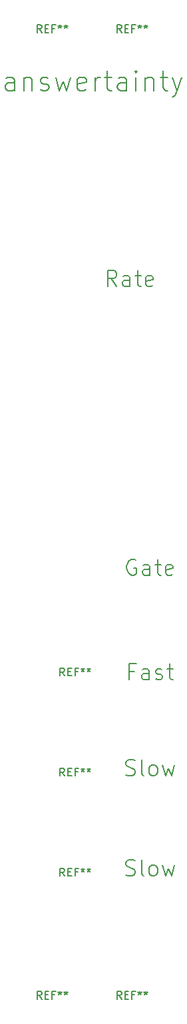
<source format=gbr>
%TF.GenerationSoftware,KiCad,Pcbnew,(5.1.6)-1*%
%TF.CreationDate,2021-04-21T22:03:43+02:00*%
%TF.ProjectId,answertainty faceplate,616e7377-6572-4746-9169-6e7479206661,rev?*%
%TF.SameCoordinates,Original*%
%TF.FileFunction,Legend,Top*%
%TF.FilePolarity,Positive*%
%FSLAX46Y46*%
G04 Gerber Fmt 4.6, Leading zero omitted, Abs format (unit mm)*
G04 Created by KiCad (PCBNEW (5.1.6)-1) date 2021-04-21 22:03:43*
%MOMM*%
%LPD*%
G01*
G04 APERTURE LIST*
%ADD10C,0.150000*%
%ADD11C,0.200000*%
G04 APERTURE END LIST*
D10*
X104300000Y-62090952D02*
X104300000Y-60781428D01*
X104180952Y-60543333D01*
X103942857Y-60424285D01*
X103466666Y-60424285D01*
X103228571Y-60543333D01*
X104300000Y-61971904D02*
X104061904Y-62090952D01*
X103466666Y-62090952D01*
X103228571Y-61971904D01*
X103109523Y-61733809D01*
X103109523Y-61495714D01*
X103228571Y-61257619D01*
X103466666Y-61138571D01*
X104061904Y-61138571D01*
X104300000Y-61019523D01*
X105490476Y-60424285D02*
X105490476Y-62090952D01*
X105490476Y-60662380D02*
X105609523Y-60543333D01*
X105847619Y-60424285D01*
X106204761Y-60424285D01*
X106442857Y-60543333D01*
X106561904Y-60781428D01*
X106561904Y-62090952D01*
X107633333Y-61971904D02*
X107871428Y-62090952D01*
X108347619Y-62090952D01*
X108585714Y-61971904D01*
X108704761Y-61733809D01*
X108704761Y-61614761D01*
X108585714Y-61376666D01*
X108347619Y-61257619D01*
X107990476Y-61257619D01*
X107752380Y-61138571D01*
X107633333Y-60900476D01*
X107633333Y-60781428D01*
X107752380Y-60543333D01*
X107990476Y-60424285D01*
X108347619Y-60424285D01*
X108585714Y-60543333D01*
X109538095Y-60424285D02*
X110014285Y-62090952D01*
X110490476Y-60900476D01*
X110966666Y-62090952D01*
X111442857Y-60424285D01*
X113347619Y-61971904D02*
X113109523Y-62090952D01*
X112633333Y-62090952D01*
X112395238Y-61971904D01*
X112276190Y-61733809D01*
X112276190Y-60781428D01*
X112395238Y-60543333D01*
X112633333Y-60424285D01*
X113109523Y-60424285D01*
X113347619Y-60543333D01*
X113466666Y-60781428D01*
X113466666Y-61019523D01*
X112276190Y-61257619D01*
X114538095Y-62090952D02*
X114538095Y-60424285D01*
X114538095Y-60900476D02*
X114657142Y-60662380D01*
X114776190Y-60543333D01*
X115014285Y-60424285D01*
X115252380Y-60424285D01*
X115728571Y-60424285D02*
X116680952Y-60424285D01*
X116085714Y-59590952D02*
X116085714Y-61733809D01*
X116204761Y-61971904D01*
X116442857Y-62090952D01*
X116680952Y-62090952D01*
X118585714Y-62090952D02*
X118585714Y-60781428D01*
X118466666Y-60543333D01*
X118228571Y-60424285D01*
X117752380Y-60424285D01*
X117514285Y-60543333D01*
X118585714Y-61971904D02*
X118347619Y-62090952D01*
X117752380Y-62090952D01*
X117514285Y-61971904D01*
X117395238Y-61733809D01*
X117395238Y-61495714D01*
X117514285Y-61257619D01*
X117752380Y-61138571D01*
X118347619Y-61138571D01*
X118585714Y-61019523D01*
X119776190Y-62090952D02*
X119776190Y-60424285D01*
X119776190Y-59590952D02*
X119657142Y-59710000D01*
X119776190Y-59829047D01*
X119895238Y-59710000D01*
X119776190Y-59590952D01*
X119776190Y-59829047D01*
X120966666Y-60424285D02*
X120966666Y-62090952D01*
X120966666Y-60662380D02*
X121085714Y-60543333D01*
X121323809Y-60424285D01*
X121680952Y-60424285D01*
X121919047Y-60543333D01*
X122038095Y-60781428D01*
X122038095Y-62090952D01*
X122871428Y-60424285D02*
X123823809Y-60424285D01*
X123228571Y-59590952D02*
X123228571Y-61733809D01*
X123347619Y-61971904D01*
X123585714Y-62090952D01*
X123823809Y-62090952D01*
X124419047Y-60424285D02*
X125014285Y-62090952D01*
X125609523Y-60424285D02*
X125014285Y-62090952D01*
X124776190Y-62686190D01*
X124657142Y-62805238D01*
X124419047Y-62924285D01*
D11*
X119730476Y-121650000D02*
X119540000Y-121554761D01*
X119254285Y-121554761D01*
X118968571Y-121650000D01*
X118778095Y-121840476D01*
X118682857Y-122030952D01*
X118587619Y-122411904D01*
X118587619Y-122697619D01*
X118682857Y-123078571D01*
X118778095Y-123269047D01*
X118968571Y-123459523D01*
X119254285Y-123554761D01*
X119444761Y-123554761D01*
X119730476Y-123459523D01*
X119825714Y-123364285D01*
X119825714Y-122697619D01*
X119444761Y-122697619D01*
X121540000Y-123554761D02*
X121540000Y-122507142D01*
X121444761Y-122316666D01*
X121254285Y-122221428D01*
X120873333Y-122221428D01*
X120682857Y-122316666D01*
X121540000Y-123459523D02*
X121349523Y-123554761D01*
X120873333Y-123554761D01*
X120682857Y-123459523D01*
X120587619Y-123269047D01*
X120587619Y-123078571D01*
X120682857Y-122888095D01*
X120873333Y-122792857D01*
X121349523Y-122792857D01*
X121540000Y-122697619D01*
X122206666Y-122221428D02*
X122968571Y-122221428D01*
X122492380Y-121554761D02*
X122492380Y-123269047D01*
X122587619Y-123459523D01*
X122778095Y-123554761D01*
X122968571Y-123554761D01*
X124397142Y-123459523D02*
X124206666Y-123554761D01*
X123825714Y-123554761D01*
X123635238Y-123459523D01*
X123540000Y-123269047D01*
X123540000Y-122507142D01*
X123635238Y-122316666D01*
X123825714Y-122221428D01*
X124206666Y-122221428D01*
X124397142Y-122316666D01*
X124492380Y-122507142D01*
X124492380Y-122697619D01*
X123540000Y-122888095D01*
X119540000Y-135747142D02*
X118873333Y-135747142D01*
X118873333Y-136794761D02*
X118873333Y-134794761D01*
X119825714Y-134794761D01*
X121444761Y-136794761D02*
X121444761Y-135747142D01*
X121349523Y-135556666D01*
X121159047Y-135461428D01*
X120778095Y-135461428D01*
X120587619Y-135556666D01*
X121444761Y-136699523D02*
X121254285Y-136794761D01*
X120778095Y-136794761D01*
X120587619Y-136699523D01*
X120492380Y-136509047D01*
X120492380Y-136318571D01*
X120587619Y-136128095D01*
X120778095Y-136032857D01*
X121254285Y-136032857D01*
X121444761Y-135937619D01*
X122301904Y-136699523D02*
X122492380Y-136794761D01*
X122873333Y-136794761D01*
X123063809Y-136699523D01*
X123159047Y-136509047D01*
X123159047Y-136413809D01*
X123063809Y-136223333D01*
X122873333Y-136128095D01*
X122587619Y-136128095D01*
X122397142Y-136032857D01*
X122301904Y-135842380D01*
X122301904Y-135747142D01*
X122397142Y-135556666D01*
X122587619Y-135461428D01*
X122873333Y-135461428D01*
X123063809Y-135556666D01*
X123730476Y-135461428D02*
X124492380Y-135461428D01*
X124016190Y-134794761D02*
X124016190Y-136509047D01*
X124111428Y-136699523D01*
X124301904Y-136794761D01*
X124492380Y-136794761D01*
X118492380Y-148879523D02*
X118778095Y-148974761D01*
X119254285Y-148974761D01*
X119444761Y-148879523D01*
X119540000Y-148784285D01*
X119635238Y-148593809D01*
X119635238Y-148403333D01*
X119540000Y-148212857D01*
X119444761Y-148117619D01*
X119254285Y-148022380D01*
X118873333Y-147927142D01*
X118682857Y-147831904D01*
X118587619Y-147736666D01*
X118492380Y-147546190D01*
X118492380Y-147355714D01*
X118587619Y-147165238D01*
X118682857Y-147070000D01*
X118873333Y-146974761D01*
X119349523Y-146974761D01*
X119635238Y-147070000D01*
X120778095Y-148974761D02*
X120587619Y-148879523D01*
X120492380Y-148689047D01*
X120492380Y-146974761D01*
X121825714Y-148974761D02*
X121635238Y-148879523D01*
X121540000Y-148784285D01*
X121444761Y-148593809D01*
X121444761Y-148022380D01*
X121540000Y-147831904D01*
X121635238Y-147736666D01*
X121825714Y-147641428D01*
X122111428Y-147641428D01*
X122301904Y-147736666D01*
X122397142Y-147831904D01*
X122492380Y-148022380D01*
X122492380Y-148593809D01*
X122397142Y-148784285D01*
X122301904Y-148879523D01*
X122111428Y-148974761D01*
X121825714Y-148974761D01*
X123159047Y-147641428D02*
X123540000Y-148974761D01*
X123920952Y-148022380D01*
X124301904Y-148974761D01*
X124682857Y-147641428D01*
X118492380Y-161579523D02*
X118778095Y-161674761D01*
X119254285Y-161674761D01*
X119444761Y-161579523D01*
X119540000Y-161484285D01*
X119635238Y-161293809D01*
X119635238Y-161103333D01*
X119540000Y-160912857D01*
X119444761Y-160817619D01*
X119254285Y-160722380D01*
X118873333Y-160627142D01*
X118682857Y-160531904D01*
X118587619Y-160436666D01*
X118492380Y-160246190D01*
X118492380Y-160055714D01*
X118587619Y-159865238D01*
X118682857Y-159770000D01*
X118873333Y-159674761D01*
X119349523Y-159674761D01*
X119635238Y-159770000D01*
X120778095Y-161674761D02*
X120587619Y-161579523D01*
X120492380Y-161389047D01*
X120492380Y-159674761D01*
X121825714Y-161674761D02*
X121635238Y-161579523D01*
X121540000Y-161484285D01*
X121444761Y-161293809D01*
X121444761Y-160722380D01*
X121540000Y-160531904D01*
X121635238Y-160436666D01*
X121825714Y-160341428D01*
X122111428Y-160341428D01*
X122301904Y-160436666D01*
X122397142Y-160531904D01*
X122492380Y-160722380D01*
X122492380Y-161293809D01*
X122397142Y-161484285D01*
X122301904Y-161579523D01*
X122111428Y-161674761D01*
X121825714Y-161674761D01*
X123159047Y-160341428D02*
X123540000Y-161674761D01*
X123920952Y-160722380D01*
X124301904Y-161674761D01*
X124682857Y-160341428D01*
X117285714Y-86904761D02*
X116619047Y-85952380D01*
X116142857Y-86904761D02*
X116142857Y-84904761D01*
X116904761Y-84904761D01*
X117095238Y-85000000D01*
X117190476Y-85095238D01*
X117285714Y-85285714D01*
X117285714Y-85571428D01*
X117190476Y-85761904D01*
X117095238Y-85857142D01*
X116904761Y-85952380D01*
X116142857Y-85952380D01*
X119000000Y-86904761D02*
X119000000Y-85857142D01*
X118904761Y-85666666D01*
X118714285Y-85571428D01*
X118333333Y-85571428D01*
X118142857Y-85666666D01*
X119000000Y-86809523D02*
X118809523Y-86904761D01*
X118333333Y-86904761D01*
X118142857Y-86809523D01*
X118047619Y-86619047D01*
X118047619Y-86428571D01*
X118142857Y-86238095D01*
X118333333Y-86142857D01*
X118809523Y-86142857D01*
X119000000Y-86047619D01*
X119666666Y-85571428D02*
X120428571Y-85571428D01*
X119952380Y-84904761D02*
X119952380Y-86619047D01*
X120047619Y-86809523D01*
X120238095Y-86904761D01*
X120428571Y-86904761D01*
X121857142Y-86809523D02*
X121666666Y-86904761D01*
X121285714Y-86904761D01*
X121095238Y-86809523D01*
X121000000Y-86619047D01*
X121000000Y-85857142D01*
X121095238Y-85666666D01*
X121285714Y-85571428D01*
X121666666Y-85571428D01*
X121857142Y-85666666D01*
X121952380Y-85857142D01*
X121952380Y-86047619D01*
X121000000Y-86238095D01*
%TO.C,REF\u002A\u002A*%
D10*
X110666666Y-136322380D02*
X110333333Y-135846190D01*
X110095238Y-136322380D02*
X110095238Y-135322380D01*
X110476190Y-135322380D01*
X110571428Y-135370000D01*
X110619047Y-135417619D01*
X110666666Y-135512857D01*
X110666666Y-135655714D01*
X110619047Y-135750952D01*
X110571428Y-135798571D01*
X110476190Y-135846190D01*
X110095238Y-135846190D01*
X111095238Y-135798571D02*
X111428571Y-135798571D01*
X111571428Y-136322380D02*
X111095238Y-136322380D01*
X111095238Y-135322380D01*
X111571428Y-135322380D01*
X112333333Y-135798571D02*
X112000000Y-135798571D01*
X112000000Y-136322380D02*
X112000000Y-135322380D01*
X112476190Y-135322380D01*
X113000000Y-135322380D02*
X113000000Y-135560476D01*
X112761904Y-135465238D02*
X113000000Y-135560476D01*
X113238095Y-135465238D01*
X112857142Y-135750952D02*
X113000000Y-135560476D01*
X113142857Y-135750952D01*
X113761904Y-135322380D02*
X113761904Y-135560476D01*
X113523809Y-135465238D02*
X113761904Y-135560476D01*
X114000000Y-135465238D01*
X113619047Y-135750952D02*
X113761904Y-135560476D01*
X113904761Y-135750952D01*
X110666666Y-149022380D02*
X110333333Y-148546190D01*
X110095238Y-149022380D02*
X110095238Y-148022380D01*
X110476190Y-148022380D01*
X110571428Y-148070000D01*
X110619047Y-148117619D01*
X110666666Y-148212857D01*
X110666666Y-148355714D01*
X110619047Y-148450952D01*
X110571428Y-148498571D01*
X110476190Y-148546190D01*
X110095238Y-148546190D01*
X111095238Y-148498571D02*
X111428571Y-148498571D01*
X111571428Y-149022380D02*
X111095238Y-149022380D01*
X111095238Y-148022380D01*
X111571428Y-148022380D01*
X112333333Y-148498571D02*
X112000000Y-148498571D01*
X112000000Y-149022380D02*
X112000000Y-148022380D01*
X112476190Y-148022380D01*
X113000000Y-148022380D02*
X113000000Y-148260476D01*
X112761904Y-148165238D02*
X113000000Y-148260476D01*
X113238095Y-148165238D01*
X112857142Y-148450952D02*
X113000000Y-148260476D01*
X113142857Y-148450952D01*
X113761904Y-148022380D02*
X113761904Y-148260476D01*
X113523809Y-148165238D02*
X113761904Y-148260476D01*
X114000000Y-148165238D01*
X113619047Y-148450952D02*
X113761904Y-148260476D01*
X113904761Y-148450952D01*
X110666666Y-161722380D02*
X110333333Y-161246190D01*
X110095238Y-161722380D02*
X110095238Y-160722380D01*
X110476190Y-160722380D01*
X110571428Y-160770000D01*
X110619047Y-160817619D01*
X110666666Y-160912857D01*
X110666666Y-161055714D01*
X110619047Y-161150952D01*
X110571428Y-161198571D01*
X110476190Y-161246190D01*
X110095238Y-161246190D01*
X111095238Y-161198571D02*
X111428571Y-161198571D01*
X111571428Y-161722380D02*
X111095238Y-161722380D01*
X111095238Y-160722380D01*
X111571428Y-160722380D01*
X112333333Y-161198571D02*
X112000000Y-161198571D01*
X112000000Y-161722380D02*
X112000000Y-160722380D01*
X112476190Y-160722380D01*
X113000000Y-160722380D02*
X113000000Y-160960476D01*
X112761904Y-160865238D02*
X113000000Y-160960476D01*
X113238095Y-160865238D01*
X112857142Y-161150952D02*
X113000000Y-160960476D01*
X113142857Y-161150952D01*
X113761904Y-160722380D02*
X113761904Y-160960476D01*
X113523809Y-160865238D02*
X113761904Y-160960476D01*
X114000000Y-160865238D01*
X113619047Y-161150952D02*
X113761904Y-160960476D01*
X113904761Y-161150952D01*
X107766666Y-54752380D02*
X107433333Y-54276190D01*
X107195238Y-54752380D02*
X107195238Y-53752380D01*
X107576190Y-53752380D01*
X107671428Y-53800000D01*
X107719047Y-53847619D01*
X107766666Y-53942857D01*
X107766666Y-54085714D01*
X107719047Y-54180952D01*
X107671428Y-54228571D01*
X107576190Y-54276190D01*
X107195238Y-54276190D01*
X108195238Y-54228571D02*
X108528571Y-54228571D01*
X108671428Y-54752380D02*
X108195238Y-54752380D01*
X108195238Y-53752380D01*
X108671428Y-53752380D01*
X109433333Y-54228571D02*
X109100000Y-54228571D01*
X109100000Y-54752380D02*
X109100000Y-53752380D01*
X109576190Y-53752380D01*
X110100000Y-53752380D02*
X110100000Y-53990476D01*
X109861904Y-53895238D02*
X110100000Y-53990476D01*
X110338095Y-53895238D01*
X109957142Y-54180952D02*
X110100000Y-53990476D01*
X110242857Y-54180952D01*
X110861904Y-53752380D02*
X110861904Y-53990476D01*
X110623809Y-53895238D02*
X110861904Y-53990476D01*
X111100000Y-53895238D01*
X110719047Y-54180952D02*
X110861904Y-53990476D01*
X111004761Y-54180952D01*
X117926666Y-54752380D02*
X117593333Y-54276190D01*
X117355238Y-54752380D02*
X117355238Y-53752380D01*
X117736190Y-53752380D01*
X117831428Y-53800000D01*
X117879047Y-53847619D01*
X117926666Y-53942857D01*
X117926666Y-54085714D01*
X117879047Y-54180952D01*
X117831428Y-54228571D01*
X117736190Y-54276190D01*
X117355238Y-54276190D01*
X118355238Y-54228571D02*
X118688571Y-54228571D01*
X118831428Y-54752380D02*
X118355238Y-54752380D01*
X118355238Y-53752380D01*
X118831428Y-53752380D01*
X119593333Y-54228571D02*
X119260000Y-54228571D01*
X119260000Y-54752380D02*
X119260000Y-53752380D01*
X119736190Y-53752380D01*
X120260000Y-53752380D02*
X120260000Y-53990476D01*
X120021904Y-53895238D02*
X120260000Y-53990476D01*
X120498095Y-53895238D01*
X120117142Y-54180952D02*
X120260000Y-53990476D01*
X120402857Y-54180952D01*
X121021904Y-53752380D02*
X121021904Y-53990476D01*
X120783809Y-53895238D02*
X121021904Y-53990476D01*
X121260000Y-53895238D01*
X120879047Y-54180952D02*
X121021904Y-53990476D01*
X121164761Y-54180952D01*
X117926666Y-177322380D02*
X117593333Y-176846190D01*
X117355238Y-177322380D02*
X117355238Y-176322380D01*
X117736190Y-176322380D01*
X117831428Y-176370000D01*
X117879047Y-176417619D01*
X117926666Y-176512857D01*
X117926666Y-176655714D01*
X117879047Y-176750952D01*
X117831428Y-176798571D01*
X117736190Y-176846190D01*
X117355238Y-176846190D01*
X118355238Y-176798571D02*
X118688571Y-176798571D01*
X118831428Y-177322380D02*
X118355238Y-177322380D01*
X118355238Y-176322380D01*
X118831428Y-176322380D01*
X119593333Y-176798571D02*
X119260000Y-176798571D01*
X119260000Y-177322380D02*
X119260000Y-176322380D01*
X119736190Y-176322380D01*
X120260000Y-176322380D02*
X120260000Y-176560476D01*
X120021904Y-176465238D02*
X120260000Y-176560476D01*
X120498095Y-176465238D01*
X120117142Y-176750952D02*
X120260000Y-176560476D01*
X120402857Y-176750952D01*
X121021904Y-176322380D02*
X121021904Y-176560476D01*
X120783809Y-176465238D02*
X121021904Y-176560476D01*
X121260000Y-176465238D01*
X120879047Y-176750952D02*
X121021904Y-176560476D01*
X121164761Y-176750952D01*
X107766666Y-177322380D02*
X107433333Y-176846190D01*
X107195238Y-177322380D02*
X107195238Y-176322380D01*
X107576190Y-176322380D01*
X107671428Y-176370000D01*
X107719047Y-176417619D01*
X107766666Y-176512857D01*
X107766666Y-176655714D01*
X107719047Y-176750952D01*
X107671428Y-176798571D01*
X107576190Y-176846190D01*
X107195238Y-176846190D01*
X108195238Y-176798571D02*
X108528571Y-176798571D01*
X108671428Y-177322380D02*
X108195238Y-177322380D01*
X108195238Y-176322380D01*
X108671428Y-176322380D01*
X109433333Y-176798571D02*
X109100000Y-176798571D01*
X109100000Y-177322380D02*
X109100000Y-176322380D01*
X109576190Y-176322380D01*
X110100000Y-176322380D02*
X110100000Y-176560476D01*
X109861904Y-176465238D02*
X110100000Y-176560476D01*
X110338095Y-176465238D01*
X109957142Y-176750952D02*
X110100000Y-176560476D01*
X110242857Y-176750952D01*
X110861904Y-176322380D02*
X110861904Y-176560476D01*
X110623809Y-176465238D02*
X110861904Y-176560476D01*
X111100000Y-176465238D01*
X110719047Y-176750952D02*
X110861904Y-176560476D01*
X111004761Y-176750952D01*
%TD*%
M02*

</source>
